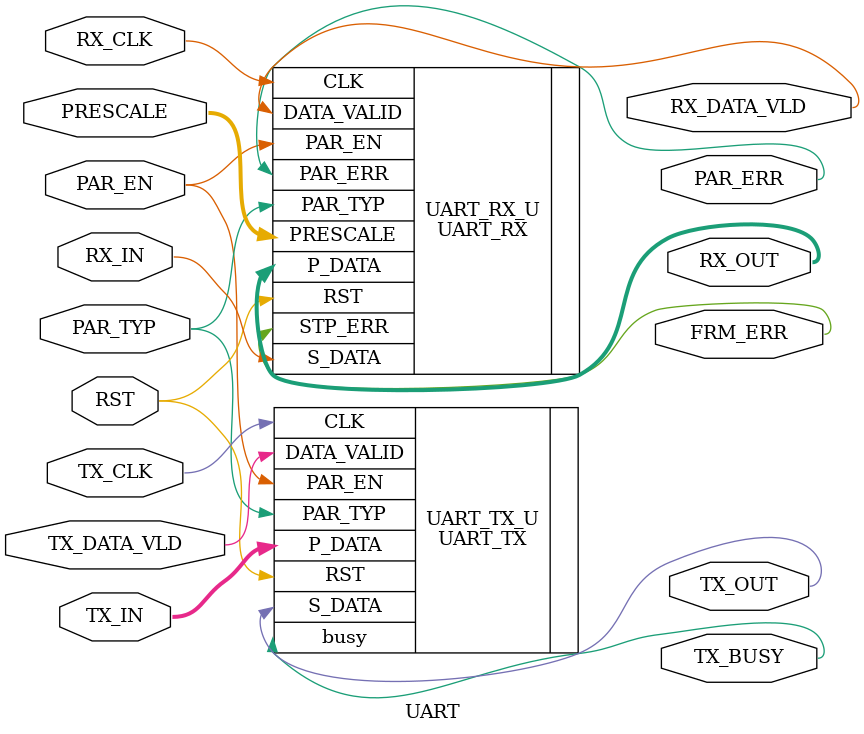
<source format=v>
`timescale 1ns / 1ps
module UART #(
    parameter DATA_WIDTH     = 8,
    parameter PRESCALE_WIDTH = 5
    ) (
    input   wire                                TX_CLK,
    input   wire                                RX_CLK,
    input   wire                                RST,
    input   wire                                PAR_EN,
    input   wire                                PAR_TYP,
    input   wire    [PRESCALE_WIDTH-1 : 0]      PRESCALE,

    input   wire    [DATA_WIDTH-1     : 0]      TX_IN,
    input   wire                                TX_DATA_VLD,
    output  wire                                TX_OUT,
    output  wire                                TX_BUSY,

    input   wire                                RX_IN,
    output  wire    [DATA_WIDTH-1     : 0]      RX_OUT,
    output  wire                                RX_DATA_VLD,

    output  wire                                PAR_ERR,
    output  wire                                FRM_ERR         // stop error in RX
);



    UART_TX #(
        .DATA_WIDTH(DATA_WIDTH)
                                    ) UART_TX_U (
        .CLK(TX_CLK),
        .RST(RST),
        .PAR_EN(PAR_EN),
        .PAR_TYP(PAR_TYP),
        .P_DATA(TX_IN),
        .DATA_VALID(TX_DATA_VLD),
        .S_DATA(TX_OUT),
        .busy(TX_BUSY)
    );



    UART_RX #(
        .DATA_WIDTH(DATA_WIDTH),
        .PRESCALE_WIDTH(PRESCALE_WIDTH)
                                        ) UART_RX_U (
        .CLK(RX_CLK),
        .RST(RST),
        .PAR_EN(PAR_EN),
        .PAR_TYP(PAR_TYP),
        .S_DATA(RX_IN),
        .PRESCALE(PRESCALE),
        .P_DATA(RX_OUT),
        .DATA_VALID(RX_DATA_VLD),
        .PAR_ERR(PAR_ERR),
        .STP_ERR(FRM_ERR)
    );




endmodule

</source>
